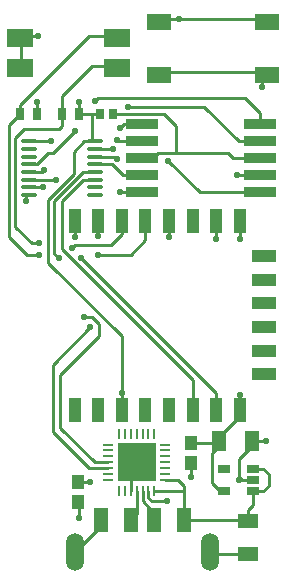
<source format=gtl>
G04 Layer_Physical_Order=1*
G04 Layer_Color=25308*
%FSLAX25Y25*%
%MOIN*%
G70*
G01*
G75*
%ADD10R,0.04331X0.04921*%
%ADD11R,0.11024X0.03543*%
%ADD12R,0.02756X0.03347*%
%ADD13R,0.05118X0.07087*%
%ADD14R,0.07087X0.05118*%
%ADD15R,0.03150X0.03937*%
%ADD16R,0.04331X0.02559*%
%ADD17R,0.08504X0.06000*%
%ADD18O,0.05512X0.01378*%
%ADD19R,0.08268X0.05512*%
%ADD20R,0.04724X0.07874*%
%ADD21R,0.12795X0.12795*%
%ADD22R,0.03543X0.00984*%
%ADD23R,0.00984X0.03543*%
%ADD24R,0.04331X0.07874*%
%ADD25R,0.07874X0.04331*%
%ADD26C,0.01000*%
%ADD27O,0.05906X0.12598*%
%ADD28C,0.02000*%
%ADD29C,0.02200*%
D10*
X407500Y302130D02*
D03*
Y308823D02*
D03*
X370000Y295823D02*
D03*
Y289130D02*
D03*
D11*
X430500Y392476D02*
D03*
Y398146D02*
D03*
Y403815D02*
D03*
Y409484D02*
D03*
Y415154D02*
D03*
X391130D02*
D03*
Y409484D02*
D03*
Y403815D02*
D03*
Y398146D02*
D03*
Y392476D02*
D03*
D12*
X377236Y418476D02*
D03*
X381764D02*
D03*
D13*
X428012Y309476D02*
D03*
X416988D02*
D03*
D14*
X426500Y271965D02*
D03*
Y282988D02*
D03*
D15*
X356453Y418476D02*
D03*
X350547D02*
D03*
X370453D02*
D03*
X364547D02*
D03*
D16*
X428224Y292736D02*
D03*
Y296476D02*
D03*
Y300217D02*
D03*
X418776D02*
D03*
Y292736D02*
D03*
D17*
X350480Y443976D02*
D03*
Y433976D02*
D03*
X383000Y443976D02*
D03*
Y433976D02*
D03*
D18*
X353476Y409433D02*
D03*
Y406874D02*
D03*
Y404315D02*
D03*
Y401756D02*
D03*
Y399197D02*
D03*
Y396638D02*
D03*
Y394079D02*
D03*
Y391520D02*
D03*
X375524Y409433D02*
D03*
Y406874D02*
D03*
Y404315D02*
D03*
Y401756D02*
D03*
Y399197D02*
D03*
Y396638D02*
D03*
Y394079D02*
D03*
Y391520D02*
D03*
D19*
X432913Y431618D02*
D03*
X397087D02*
D03*
Y449335D02*
D03*
X432913D02*
D03*
D20*
X405279Y283236D02*
D03*
X377720D02*
D03*
X387563D02*
D03*
X395437D02*
D03*
D21*
X389500Y302476D02*
D03*
D22*
X380051D02*
D03*
Y300508D02*
D03*
Y298539D02*
D03*
Y296571D02*
D03*
Y304445D02*
D03*
Y306413D02*
D03*
Y308382D02*
D03*
X398949D02*
D03*
Y306413D02*
D03*
Y304445D02*
D03*
Y296571D02*
D03*
Y298539D02*
D03*
Y300508D02*
D03*
Y302476D02*
D03*
D23*
X395406Y293028D02*
D03*
X393437D02*
D03*
X391469D02*
D03*
X389500D02*
D03*
X387531D02*
D03*
X385563D02*
D03*
X383594D02*
D03*
Y311925D02*
D03*
X385563D02*
D03*
X387531D02*
D03*
X389500D02*
D03*
X391469D02*
D03*
X393437D02*
D03*
X395406D02*
D03*
D24*
X423933Y382972D02*
D03*
Y319980D02*
D03*
X368815D02*
D03*
X376689D02*
D03*
X384563D02*
D03*
X392437D02*
D03*
X400311D02*
D03*
X408185D02*
D03*
X416059D02*
D03*
X368815Y382972D02*
D03*
X416059D02*
D03*
X408185D02*
D03*
X400311D02*
D03*
X392437D02*
D03*
X384563D02*
D03*
X376689D02*
D03*
D25*
X431807Y331791D02*
D03*
Y339665D02*
D03*
Y371161D02*
D03*
Y363287D02*
D03*
Y355413D02*
D03*
Y347539D02*
D03*
D26*
X347000Y414929D02*
X350547Y418476D01*
X347000Y377476D02*
Y414929D01*
Y377476D02*
X353000Y371476D01*
X349000Y410476D02*
X352000Y413476D01*
X349000Y380976D02*
Y410476D01*
Y380976D02*
X354500Y375476D01*
X352000Y413476D02*
X363500D01*
X370000Y295823D02*
X373847D01*
X370130Y283846D02*
Y289000D01*
X389500Y285173D02*
Y293028D01*
X395437Y283236D02*
Y285539D01*
X391469Y289508D02*
Y293028D01*
Y289508D02*
X395437Y285539D01*
X405279Y283236D02*
X426252D01*
X393437Y290539D02*
Y293028D01*
Y290539D02*
X394500Y289476D01*
X399500D01*
X426500Y282988D02*
Y286476D01*
X428224Y288201D01*
Y292736D01*
X431760D02*
X433500Y294476D01*
X428224Y292736D02*
X431760D01*
X428224Y300217D02*
X431760D01*
X433500Y298476D01*
Y294476D02*
Y298476D01*
X424500Y296476D02*
X428224D01*
X423500Y297476D02*
Y303476D01*
X428012Y307988D01*
Y309476D01*
X417240Y292736D02*
X418776D01*
X414500Y295476D02*
X417240Y292736D01*
X414500Y295476D02*
Y305476D01*
X416988Y307965D01*
X414476Y271965D02*
X426500D01*
X403406Y296571D02*
X405279Y294697D01*
X398949Y296571D02*
X403406D01*
X395406Y293028D02*
X404728D01*
X405279Y283236D02*
Y294697D01*
X387531Y293028D02*
Y300508D01*
X407500Y308823D02*
X416335D01*
X416988Y307965D02*
Y309476D01*
X407500Y297476D02*
Y302130D01*
X428012Y309476D02*
X432500D01*
X423500Y296476D02*
Y297476D01*
X424500Y296476D01*
X377720Y281161D02*
Y283236D01*
X369059Y272500D02*
X377720Y281161D01*
X416988Y309476D02*
Y310965D01*
X422933Y316910D01*
X400311Y377665D02*
Y382972D01*
X395587Y432618D02*
X431413D01*
Y427563D02*
Y432618D01*
X416059Y377035D02*
Y382972D01*
X423933Y376909D02*
Y382972D01*
X352476Y389500D02*
Y391520D01*
X395587Y450335D02*
X403500D01*
X431413D01*
X350980Y434476D02*
Y444476D01*
X356500D01*
X373500D02*
X383500D01*
X350547Y421524D02*
X373500Y444476D01*
X350547Y418476D02*
Y421524D01*
X374524Y418453D02*
X377213D01*
X370476D02*
X374524D01*
X384563Y378539D02*
Y382972D01*
X381000Y374976D02*
X384563Y378539D01*
X392437Y376413D02*
Y382972D01*
X387500Y371476D02*
X392437Y376413D01*
X364547Y414524D02*
Y418476D01*
X356453D02*
Y422429D01*
X370453Y418476D02*
Y422429D01*
X363500Y413476D02*
X364547Y414524D01*
X384563Y319980D02*
Y325413D01*
X423933Y319980D02*
Y325043D01*
X422933Y316910D02*
Y322043D01*
X384000Y392476D02*
X391130D01*
X375524Y406874D02*
X381602D01*
X410500Y392476D02*
X430500D01*
X385177Y415154D02*
X391130D01*
X384000Y413976D02*
X385177Y415154D01*
X353476Y394079D02*
X358398D01*
X353476Y399197D02*
X358279D01*
X353476Y409433D02*
X360957D01*
X422831Y398146D02*
X430500D01*
X391130Y403815D02*
X394839D01*
X396500Y405476D01*
X420000D02*
X421661Y403815D01*
X430500D01*
X400000Y402976D02*
X410500Y392476D01*
X381764Y418476D02*
X398500D01*
X402500Y414476D01*
Y405476D02*
Y414476D01*
X396500Y405476D02*
X402500D01*
X420000D01*
X374500Y434476D02*
X383500D01*
X364547Y418476D02*
Y424524D01*
X374500Y434476D01*
X375524Y401756D02*
X381221D01*
X384831Y398146D01*
X391130D01*
X375524Y404315D02*
X382161D01*
X383000Y403476D01*
Y409976D02*
X383492Y409484D01*
X391130D01*
X430500Y415154D02*
Y418976D01*
X423492Y409484D02*
X430500D01*
X386500Y420976D02*
X412000D01*
X423492Y409484D01*
X375500Y422976D02*
X376500Y423976D01*
X425500D01*
X430500Y418976D01*
X368500Y405976D02*
X371957Y409433D01*
X374524D01*
X375524D01*
X374524D02*
Y418453D01*
X371721Y399197D02*
X375524D01*
X362000Y389476D02*
X371721Y399197D01*
X371661Y396638D02*
X375524D01*
X368500Y398476D02*
Y405976D01*
X360000Y389976D02*
X368500Y398476D01*
X353476Y401756D02*
X356279D01*
X360000Y405476D01*
X361500D01*
X369000Y412976D01*
X353476Y396638D02*
X362500D01*
X408185Y319980D02*
Y329791D01*
X362000Y371976D02*
Y389476D01*
Y371976D02*
X363500Y370476D01*
X364500Y373476D02*
X408185Y329791D01*
X364500Y373476D02*
Y389476D01*
X371661Y396638D01*
X360000Y368976D02*
Y389976D01*
Y368976D02*
X384563Y344413D01*
Y325413D02*
Y344413D01*
X376689Y377787D02*
Y382972D01*
X368815Y377661D02*
Y382972D01*
X353000Y371476D02*
X357000D01*
X376500D02*
X387500D01*
X416059Y319980D02*
Y325417D01*
X371000Y370476D02*
X416059Y325417D01*
X354500Y375476D02*
X357000D01*
X369000Y374976D02*
X381000D01*
X368000Y373976D02*
X369000Y374976D01*
X372000Y350976D02*
X374500D01*
X377000Y348476D01*
Y344476D02*
Y348476D01*
X375500Y302476D02*
X380051D01*
X364000Y313976D02*
X375500Y302476D01*
X364000Y313976D02*
Y331476D01*
X377000Y344476D01*
X373468Y300508D02*
X380051D01*
X361500Y312476D02*
X373468Y300508D01*
X361500Y312476D02*
Y334976D01*
X374000Y347476D01*
D27*
X413941Y272500D02*
D03*
X369059D02*
D03*
D28*
X393500Y298476D02*
D03*
Y302476D02*
D03*
Y306476D02*
D03*
X389500D02*
D03*
X385500D02*
D03*
Y302476D02*
D03*
Y298476D02*
D03*
X389500D02*
D03*
Y302476D02*
D03*
D29*
X373847Y295823D02*
D03*
X399500Y289476D02*
D03*
X370130Y283846D02*
D03*
X407500Y297476D02*
D03*
X432500Y309476D02*
D03*
X423500Y296476D02*
D03*
X400311Y377665D02*
D03*
X431413Y427563D02*
D03*
X416059Y377035D02*
D03*
X423933Y376909D02*
D03*
X352476Y389500D02*
D03*
X403500Y450335D02*
D03*
X356500Y444476D02*
D03*
X356453Y422429D02*
D03*
X370453D02*
D03*
X384563Y325413D02*
D03*
X423933Y325043D02*
D03*
X384000Y392476D02*
D03*
Y413976D02*
D03*
X358398Y394079D02*
D03*
X360957Y409433D02*
D03*
X422831Y398146D02*
D03*
X400000Y402976D02*
D03*
X383000Y403476D02*
D03*
X381602Y406874D02*
D03*
X383000Y409976D02*
D03*
X369000Y412976D02*
D03*
X375500Y422976D02*
D03*
X386500Y420976D02*
D03*
X358500Y399976D02*
D03*
X362500Y396638D02*
D03*
X363500Y370476D02*
D03*
X376689Y377787D02*
D03*
X368815Y377661D02*
D03*
X357000Y371476D02*
D03*
X376500D02*
D03*
X371000Y370476D02*
D03*
X357000Y375476D02*
D03*
X368000Y373976D02*
D03*
X372000Y350976D02*
D03*
X374000Y347476D02*
D03*
M02*

</source>
